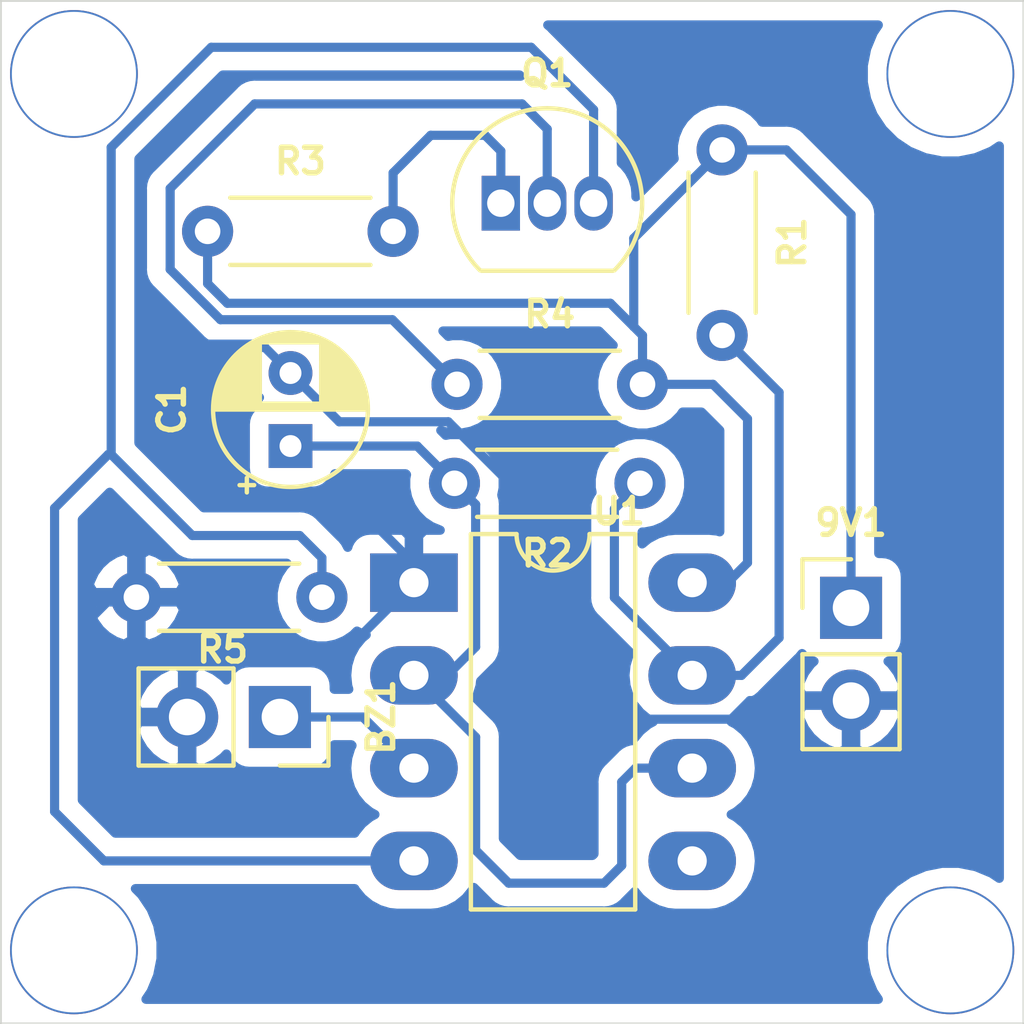
<source format=kicad_pcb>
(kicad_pcb (version 20171130) (host pcbnew "(5.1.12)-1")

  (general
    (thickness 1.6)
    (drawings 4)
    (tracks 97)
    (zones 0)
    (modules 10)
    (nets 10)
  )

  (page A4)
  (layers
    (0 F.Cu signal)
    (31 B.Cu signal)
    (32 B.Adhes user hide)
    (33 F.Adhes user hide)
    (34 B.Paste user hide)
    (35 F.Paste user hide)
    (36 B.SilkS user hide)
    (37 F.SilkS user)
    (38 B.Mask user)
    (39 F.Mask user hide)
    (40 Dwgs.User user hide)
    (41 Cmts.User user)
    (42 Eco1.User user hide)
    (43 Eco2.User user hide)
    (44 Edge.Cuts user)
    (45 Margin user hide)
    (46 B.CrtYd user)
    (47 F.CrtYd user hide)
    (48 B.Fab user hide)
    (49 F.Fab user)
  )

  (setup
    (last_trace_width 0.25)
    (trace_clearance 0.2)
    (zone_clearance 0.508)
    (zone_45_only no)
    (trace_min 0.2)
    (via_size 0.8)
    (via_drill 0.4)
    (via_min_size 0.4)
    (via_min_drill 0.3)
    (uvia_size 0.3)
    (uvia_drill 0.1)
    (uvias_allowed no)
    (uvia_min_size 0.2)
    (uvia_min_drill 0.1)
    (edge_width 0.05)
    (segment_width 0.2)
    (pcb_text_width 0.3)
    (pcb_text_size 1.5 1.5)
    (mod_edge_width 0.12)
    (mod_text_size 1 1)
    (mod_text_width 0.15)
    (pad_size 1.524 1.524)
    (pad_drill 0.762)
    (pad_to_mask_clearance 0)
    (aux_axis_origin 0 0)
    (visible_elements 7FFFFFFF)
    (pcbplotparams
      (layerselection 0x010fc_ffffffff)
      (usegerberextensions false)
      (usegerberattributes true)
      (usegerberadvancedattributes true)
      (creategerberjobfile true)
      (excludeedgelayer true)
      (linewidth 0.100000)
      (plotframeref false)
      (viasonmask false)
      (mode 1)
      (useauxorigin false)
      (hpglpennumber 1)
      (hpglpenspeed 20)
      (hpglpendiameter 15.000000)
      (psnegative false)
      (psa4output false)
      (plotreference true)
      (plotvalue true)
      (plotinvisibletext false)
      (padsonsilk false)
      (subtractmaskfromsilk false)
      (outputformat 1)
      (mirror false)
      (drillshape 0)
      (scaleselection 1)
      (outputdirectory "Gerber/"))
  )

  (net 0 "")
  (net 1 Earth)
  (net 2 "Net-(9V1-Pad1)")
  (net 3 "Net-(BZ1-Pad1)")
  (net 4 "Net-(C1-Pad1)")
  (net 5 "Net-(Q1-Pad1)")
  (net 6 "Net-(Q1-Pad3)")
  (net 7 "Net-(Q1-Pad2)")
  (net 8 "Net-(R1-Pad2)")
  (net 9 "Net-(U1-Pad5)")

  (net_class Default "This is the default net class."
    (clearance 0.2)
    (trace_width 0.25)
    (via_dia 0.8)
    (via_drill 0.4)
    (uvia_dia 0.3)
    (uvia_drill 0.1)
    (add_net Earth)
    (add_net "Net-(9V1-Pad1)")
    (add_net "Net-(BZ1-Pad1)")
    (add_net "Net-(C1-Pad1)")
    (add_net "Net-(Q1-Pad1)")
    (add_net "Net-(Q1-Pad2)")
    (add_net "Net-(Q1-Pad3)")
    (add_net "Net-(R1-Pad2)")
    (add_net "Net-(U1-Pad5)")
  )

  (module Resistor_THT:R_Axial_DIN0204_L3.6mm_D1.6mm_P5.08mm_Horizontal (layer F.Cu) (tedit 5AE5139B) (tstamp 64DDF7A6)
    (at 136.75 73.08 270)
    (descr "Resistor, Axial_DIN0204 series, Axial, Horizontal, pin pitch=5.08mm, 0.167W, length*diameter=3.6*1.6mm^2, http://cdn-reichelt.de/documents/datenblatt/B400/1_4W%23YAG.pdf")
    (tags "Resistor Axial_DIN0204 series Axial Horizontal pin pitch 5.08mm 0.167W length 3.6mm diameter 1.6mm")
    (path /64E00596)
    (fp_text reference R1 (at 2.54 -1.92 90) (layer F.SilkS)
      (effects (font (size 0.7 0.7) (thickness 0.15)))
    )
    (fp_text value 1K (at 2.54 1.92 90) (layer F.Fab)
      (effects (font (size 0.7 0.7) (thickness 0.15)))
    )
    (fp_line (start 0.74 -0.8) (end 0.74 0.8) (layer F.Fab) (width 0.1))
    (fp_line (start 0.74 0.8) (end 4.34 0.8) (layer F.Fab) (width 0.1))
    (fp_line (start 4.34 0.8) (end 4.34 -0.8) (layer F.Fab) (width 0.1))
    (fp_line (start 4.34 -0.8) (end 0.74 -0.8) (layer F.Fab) (width 0.1))
    (fp_line (start 0 0) (end 0.74 0) (layer F.Fab) (width 0.1))
    (fp_line (start 5.08 0) (end 4.34 0) (layer F.Fab) (width 0.1))
    (fp_line (start 0.62 -0.92) (end 4.46 -0.92) (layer F.SilkS) (width 0.12))
    (fp_line (start 0.62 0.92) (end 4.46 0.92) (layer F.SilkS) (width 0.12))
    (fp_line (start -0.95 -1.05) (end -0.95 1.05) (layer F.CrtYd) (width 0.05))
    (fp_line (start -0.95 1.05) (end 6.03 1.05) (layer F.CrtYd) (width 0.05))
    (fp_line (start 6.03 1.05) (end 6.03 -1.05) (layer F.CrtYd) (width 0.05))
    (fp_line (start 6.03 -1.05) (end -0.95 -1.05) (layer F.CrtYd) (width 0.05))
    (fp_text user %R (at 2.54 0 180) (layer F.Fab)
      (effects (font (size 0.72 0.72) (thickness 0.108)))
    )
    (pad 1 thru_hole circle (at 0 0 270) (size 1.4 1.4) (drill 0.7) (layers *.Cu *.Mask)
      (net 2 "Net-(9V1-Pad1)"))
    (pad 2 thru_hole oval (at 5.08 0 270) (size 1.4 1.4) (drill 0.7) (layers *.Cu *.Mask)
      (net 8 "Net-(R1-Pad2)"))
    (model ${KISYS3DMOD}/Resistor_THT.3dshapes/R_Axial_DIN0204_L3.6mm_D1.6mm_P5.08mm_Horizontal.wrl
      (at (xyz 0 0 0))
      (scale (xyz 1 1 1))
      (rotate (xyz 0 0 0))
    )
  )

  (module Resistor_THT:R_Axial_DIN0204_L3.6mm_D1.6mm_P5.08mm_Horizontal (layer F.Cu) (tedit 5AE5139B) (tstamp 64DDF7F2)
    (at 125.79 85.33 180)
    (descr "Resistor, Axial_DIN0204 series, Axial, Horizontal, pin pitch=5.08mm, 0.167W, length*diameter=3.6*1.6mm^2, http://cdn-reichelt.de/documents/datenblatt/B400/1_4W%23YAG.pdf")
    (tags "Resistor Axial_DIN0204 series Axial Horizontal pin pitch 5.08mm 0.167W length 3.6mm diameter 1.6mm")
    (path /64DFE265)
    (fp_text reference R5 (at 2.72 -1.43) (layer F.SilkS)
      (effects (font (size 0.7 0.7) (thickness 0.15)))
    )
    (fp_text value 4.7K (at 2.54 1.92) (layer F.Fab)
      (effects (font (size 0.7 0.7) (thickness 0.15)))
    )
    (fp_line (start 0.74 -0.8) (end 0.74 0.8) (layer F.Fab) (width 0.1))
    (fp_line (start 0.74 0.8) (end 4.34 0.8) (layer F.Fab) (width 0.1))
    (fp_line (start 4.34 0.8) (end 4.34 -0.8) (layer F.Fab) (width 0.1))
    (fp_line (start 4.34 -0.8) (end 0.74 -0.8) (layer F.Fab) (width 0.1))
    (fp_line (start 0 0) (end 0.74 0) (layer F.Fab) (width 0.1))
    (fp_line (start 5.08 0) (end 4.34 0) (layer F.Fab) (width 0.1))
    (fp_line (start 0.62 -0.92) (end 4.46 -0.92) (layer F.SilkS) (width 0.12))
    (fp_line (start 0.62 0.92) (end 4.46 0.92) (layer F.SilkS) (width 0.12))
    (fp_line (start -0.95 -1.05) (end -0.95 1.05) (layer F.CrtYd) (width 0.05))
    (fp_line (start -0.95 1.05) (end 6.03 1.05) (layer F.CrtYd) (width 0.05))
    (fp_line (start 6.03 1.05) (end 6.03 -1.05) (layer F.CrtYd) (width 0.05))
    (fp_line (start 6.03 -1.05) (end -0.95 -1.05) (layer F.CrtYd) (width 0.05))
    (fp_text user %R (at 2.72 0.06) (layer F.Fab)
      (effects (font (size 0.72 0.72) (thickness 0.108)))
    )
    (pad 1 thru_hole circle (at 0 0 180) (size 1.4 1.4) (drill 0.7) (layers *.Cu *.Mask)
      (net 6 "Net-(Q1-Pad3)"))
    (pad 2 thru_hole oval (at 5.08 0 180) (size 1.4 1.4) (drill 0.7) (layers *.Cu *.Mask)
      (net 1 Earth))
    (model ${KISYS3DMOD}/Resistor_THT.3dshapes/R_Axial_DIN0204_L3.6mm_D1.6mm_P5.08mm_Horizontal.wrl
      (at (xyz 0 0 0))
      (scale (xyz 1 1 1))
      (rotate (xyz 0 0 0))
    )
  )

  (module Package_DIP:DIP-8_W7.62mm_LongPads (layer F.Cu) (tedit 5A02E8C5) (tstamp 64DDF80E)
    (at 128.31 84.93)
    (descr "8-lead though-hole mounted DIP package, row spacing 7.62 mm (300 mils), LongPads")
    (tags "THT DIP DIL PDIP 2.54mm 7.62mm 300mil LongPads")
    (path /64E0342E)
    (fp_text reference U1 (at 5.61 -1.95) (layer F.SilkS)
      (effects (font (size 0.7 0.7) (thickness 0.15)))
    )
    (fp_text value ICM7555xB (at 3.81 9.95) (layer F.Fab)
      (effects (font (size 0.7 0.7) (thickness 0.15)))
    )
    (fp_line (start 1.635 -1.27) (end 6.985 -1.27) (layer F.Fab) (width 0.1))
    (fp_line (start 6.985 -1.27) (end 6.985 8.89) (layer F.Fab) (width 0.1))
    (fp_line (start 6.985 8.89) (end 0.635 8.89) (layer F.Fab) (width 0.1))
    (fp_line (start 0.635 8.89) (end 0.635 -0.27) (layer F.Fab) (width 0.1))
    (fp_line (start 0.635 -0.27) (end 1.635 -1.27) (layer F.Fab) (width 0.1))
    (fp_line (start 2.81 -1.33) (end 1.56 -1.33) (layer F.SilkS) (width 0.12))
    (fp_line (start 1.56 -1.33) (end 1.56 8.95) (layer F.SilkS) (width 0.12))
    (fp_line (start 1.56 8.95) (end 6.06 8.95) (layer F.SilkS) (width 0.12))
    (fp_line (start 6.06 8.95) (end 6.06 -1.33) (layer F.SilkS) (width 0.12))
    (fp_line (start 6.06 -1.33) (end 4.81 -1.33) (layer F.SilkS) (width 0.12))
    (fp_line (start -1.45 -1.55) (end -1.45 9.15) (layer F.CrtYd) (width 0.05))
    (fp_line (start -1.45 9.15) (end 9.1 9.15) (layer F.CrtYd) (width 0.05))
    (fp_line (start 9.1 9.15) (end 9.1 -1.55) (layer F.CrtYd) (width 0.05))
    (fp_line (start 9.1 -1.55) (end -1.45 -1.55) (layer F.CrtYd) (width 0.05))
    (fp_arc (start 3.81 -1.33) (end 2.81 -1.33) (angle -180) (layer F.SilkS) (width 0.12))
    (fp_text user %R (at 3.81 3.81) (layer F.Fab)
      (effects (font (size 1 1) (thickness 0.15)))
    )
    (pad 1 thru_hole rect (at 0 0) (size 2.4 1.6) (drill 0.8) (layers *.Cu *.Mask)
      (net 1 Earth))
    (pad 5 thru_hole oval (at 7.62 7.62) (size 2.4 1.6) (drill 0.8) (layers *.Cu *.Mask)
      (net 9 "Net-(U1-Pad5)"))
    (pad 2 thru_hole oval (at 0 2.54) (size 2.4 1.6) (drill 0.8) (layers *.Cu *.Mask)
      (net 4 "Net-(C1-Pad1)"))
    (pad 6 thru_hole oval (at 7.62 5.08) (size 2.4 1.6) (drill 0.8) (layers *.Cu *.Mask)
      (net 4 "Net-(C1-Pad1)"))
    (pad 3 thru_hole oval (at 0 5.08) (size 2.4 1.6) (drill 0.8) (layers *.Cu *.Mask)
      (net 3 "Net-(BZ1-Pad1)"))
    (pad 7 thru_hole oval (at 7.62 2.54) (size 2.4 1.6) (drill 0.8) (layers *.Cu *.Mask)
      (net 8 "Net-(R1-Pad2)"))
    (pad 4 thru_hole oval (at 0 7.62) (size 2.4 1.6) (drill 0.8) (layers *.Cu *.Mask)
      (net 6 "Net-(Q1-Pad3)"))
    (pad 8 thru_hole oval (at 7.62 0) (size 2.4 1.6) (drill 0.8) (layers *.Cu *.Mask)
      (net 2 "Net-(9V1-Pad1)"))
    (model ${KISYS3DMOD}/Package_DIP.3dshapes/DIP-8_W7.62mm.wrl
      (at (xyz 0 0 0))
      (scale (xyz 1 1 1))
      (rotate (xyz 0 0 0))
    )
  )

  (module Connector_PinSocket_2.54mm:PinSocket_1x02_P2.54mm_Vertical (layer F.Cu) (tedit 5A19A420) (tstamp 64DDF715)
    (at 124.64 88.61 270)
    (descr "Through hole straight socket strip, 1x02, 2.54mm pitch, single row (from Kicad 4.0.7), script generated")
    (tags "Through hole socket strip THT 1x02 2.54mm single row")
    (path /64E01A40)
    (fp_text reference BZ1 (at 0 -2.77 90) (layer F.SilkS)
      (effects (font (size 0.7 0.7) (thickness 0.15)))
    )
    (fp_text value Buzzer (at 0 5.31 90) (layer F.Fab)
      (effects (font (size 0.7 0.7) (thickness 0.15)))
    )
    (fp_line (start -1.27 -1.27) (end 0.635 -1.27) (layer F.Fab) (width 0.1))
    (fp_line (start 0.635 -1.27) (end 1.27 -0.635) (layer F.Fab) (width 0.1))
    (fp_line (start 1.27 -0.635) (end 1.27 3.81) (layer F.Fab) (width 0.1))
    (fp_line (start 1.27 3.81) (end -1.27 3.81) (layer F.Fab) (width 0.1))
    (fp_line (start -1.27 3.81) (end -1.27 -1.27) (layer F.Fab) (width 0.1))
    (fp_line (start -1.33 1.27) (end 1.33 1.27) (layer F.SilkS) (width 0.12))
    (fp_line (start -1.33 1.27) (end -1.33 3.87) (layer F.SilkS) (width 0.12))
    (fp_line (start -1.33 3.87) (end 1.33 3.87) (layer F.SilkS) (width 0.12))
    (fp_line (start 1.33 1.27) (end 1.33 3.87) (layer F.SilkS) (width 0.12))
    (fp_line (start 1.33 -1.33) (end 1.33 0) (layer F.SilkS) (width 0.12))
    (fp_line (start 0 -1.33) (end 1.33 -1.33) (layer F.SilkS) (width 0.12))
    (fp_line (start -1.8 -1.8) (end 1.75 -1.8) (layer F.CrtYd) (width 0.05))
    (fp_line (start 1.75 -1.8) (end 1.75 4.3) (layer F.CrtYd) (width 0.05))
    (fp_line (start 1.75 4.3) (end -1.8 4.3) (layer F.CrtYd) (width 0.05))
    (fp_line (start -1.8 4.3) (end -1.8 -1.8) (layer F.CrtYd) (width 0.05))
    (fp_text user %R (at 0 1.27) (layer F.Fab)
      (effects (font (size 1 1) (thickness 0.15)))
    )
    (pad 1 thru_hole rect (at 0 0 270) (size 1.7 1.7) (drill 1) (layers *.Cu *.Mask)
      (net 3 "Net-(BZ1-Pad1)"))
    (pad 2 thru_hole oval (at 0 2.54 270) (size 1.7 1.7) (drill 1) (layers *.Cu *.Mask)
      (net 1 Earth))
    (model ${KISYS3DMOD}/Connector_PinSocket_2.54mm.3dshapes/PinSocket_1x02_P2.54mm_Vertical.wrl
      (at (xyz 0 0 0))
      (scale (xyz 1 1 1))
      (rotate (xyz 0 0 0))
    )
  )

  (module Package_TO_SOT_THT:TO-92_Inline (layer F.Cu) (tedit 5A1DD157) (tstamp 64DDF793)
    (at 130.69 74.54)
    (descr "TO-92 leads in-line, narrow, oval pads, drill 0.75mm (see NXP sot054_po.pdf)")
    (tags "to-92 sc-43 sc-43a sot54 PA33 transistor")
    (path /64DFE66F)
    (fp_text reference Q1 (at 1.27 -3.56) (layer F.SilkS)
      (effects (font (size 0.7 0.7) (thickness 0.15)))
    )
    (fp_text value BC547 (at 1.27 2.79) (layer F.Fab)
      (effects (font (size 0.7 0.7) (thickness 0.15)))
    )
    (fp_line (start 4 2.01) (end -1.46 2.01) (layer F.CrtYd) (width 0.05))
    (fp_line (start 4 2.01) (end 4 -2.73) (layer F.CrtYd) (width 0.05))
    (fp_line (start -1.46 -2.73) (end -1.46 2.01) (layer F.CrtYd) (width 0.05))
    (fp_line (start -1.46 -2.73) (end 4 -2.73) (layer F.CrtYd) (width 0.05))
    (fp_line (start -0.5 1.75) (end 3 1.75) (layer F.Fab) (width 0.1))
    (fp_line (start -0.53 1.85) (end 3.07 1.85) (layer F.SilkS) (width 0.12))
    (fp_arc (start 1.27 0) (end 1.27 -2.6) (angle 135) (layer F.SilkS) (width 0.12))
    (fp_arc (start 1.27 0) (end 1.27 -2.48) (angle -135) (layer F.Fab) (width 0.1))
    (fp_arc (start 1.27 0) (end 1.27 -2.6) (angle -135) (layer F.SilkS) (width 0.12))
    (fp_arc (start 1.27 0) (end 1.27 -2.48) (angle 135) (layer F.Fab) (width 0.1))
    (fp_text user %R (at 1.27 0) (layer F.Fab)
      (effects (font (size 1 1) (thickness 0.15)))
    )
    (pad 1 thru_hole rect (at 0 0) (size 1.05 1.5) (drill 0.75) (layers *.Cu *.Mask)
      (net 5 "Net-(Q1-Pad1)"))
    (pad 3 thru_hole oval (at 2.54 0) (size 1.05 1.5) (drill 0.75) (layers *.Cu *.Mask)
      (net 6 "Net-(Q1-Pad3)"))
    (pad 2 thru_hole oval (at 1.27 0) (size 1.05 1.5) (drill 0.75) (layers *.Cu *.Mask)
      (net 7 "Net-(Q1-Pad2)"))
    (model ${KISYS3DMOD}/Package_TO_SOT_THT.3dshapes/TO-92_Inline.wrl
      (at (xyz 0 0 0))
      (scale (xyz 1 1 1))
      (rotate (xyz 0 0 0))
    )
  )

  (module Connector_PinHeader_2.54mm:PinHeader_1x02_P2.54mm_Vertical (layer F.Cu) (tedit 59FED5CC) (tstamp 64DDF6FF)
    (at 140.28 85.62)
    (descr "Through hole straight pin header, 1x02, 2.54mm pitch, single row")
    (tags "Through hole pin header THT 1x02 2.54mm single row")
    (path /64DF3166)
    (fp_text reference 9V1 (at 0 -2.33) (layer F.SilkS)
      (effects (font (size 0.7 0.7) (thickness 0.15)))
    )
    (fp_text value B1 (at 0 4.87) (layer F.Fab)
      (effects (font (size 0.7 0.7) (thickness 0.15)))
    )
    (fp_line (start -0.635 -1.27) (end 1.27 -1.27) (layer F.Fab) (width 0.1))
    (fp_line (start 1.27 -1.27) (end 1.27 3.81) (layer F.Fab) (width 0.1))
    (fp_line (start 1.27 3.81) (end -1.27 3.81) (layer F.Fab) (width 0.1))
    (fp_line (start -1.27 3.81) (end -1.27 -0.635) (layer F.Fab) (width 0.1))
    (fp_line (start -1.27 -0.635) (end -0.635 -1.27) (layer F.Fab) (width 0.1))
    (fp_line (start -1.33 3.87) (end 1.33 3.87) (layer F.SilkS) (width 0.12))
    (fp_line (start -1.33 1.27) (end -1.33 3.87) (layer F.SilkS) (width 0.12))
    (fp_line (start 1.33 1.27) (end 1.33 3.87) (layer F.SilkS) (width 0.12))
    (fp_line (start -1.33 1.27) (end 1.33 1.27) (layer F.SilkS) (width 0.12))
    (fp_line (start -1.33 0) (end -1.33 -1.33) (layer F.SilkS) (width 0.12))
    (fp_line (start -1.33 -1.33) (end 0 -1.33) (layer F.SilkS) (width 0.12))
    (fp_line (start -1.8 -1.8) (end -1.8 4.35) (layer F.CrtYd) (width 0.05))
    (fp_line (start -1.8 4.35) (end 1.8 4.35) (layer F.CrtYd) (width 0.05))
    (fp_line (start 1.8 4.35) (end 1.8 -1.8) (layer F.CrtYd) (width 0.05))
    (fp_line (start 1.8 -1.8) (end -1.8 -1.8) (layer F.CrtYd) (width 0.05))
    (fp_text user %R (at 0 1.27 90) (layer F.Fab)
      (effects (font (size 1 1) (thickness 0.15)))
    )
    (pad 1 thru_hole rect (at 0 0) (size 1.7 1.7) (drill 1) (layers *.Cu *.Mask)
      (net 2 "Net-(9V1-Pad1)"))
    (pad 2 thru_hole oval (at 0 2.54) (size 1.7 1.7) (drill 1) (layers *.Cu *.Mask)
      (net 1 Earth))
    (model ${KISYS3DMOD}/Connector_PinHeader_2.54mm.3dshapes/PinHeader_1x02_P2.54mm_Vertical.wrl
      (at (xyz 0 0 0))
      (scale (xyz 1 1 1))
      (rotate (xyz 0 0 0))
    )
  )

  (module Resistor_THT:R_Axial_DIN0204_L3.6mm_D1.6mm_P5.08mm_Horizontal (layer F.Cu) (tedit 5AE5139B) (tstamp 64DDF7B9)
    (at 134.5 82.21 180)
    (descr "Resistor, Axial_DIN0204 series, Axial, Horizontal, pin pitch=5.08mm, 0.167W, length*diameter=3.6*1.6mm^2, http://cdn-reichelt.de/documents/datenblatt/B400/1_4W%23YAG.pdf")
    (tags "Resistor Axial_DIN0204 series Axial Horizontal pin pitch 5.08mm 0.167W length 3.6mm diameter 1.6mm")
    (path /64E00974)
    (fp_text reference R2 (at 2.54 -1.92) (layer F.SilkS)
      (effects (font (size 0.7 0.7) (thickness 0.15)))
    )
    (fp_text value 100K (at 2.54 1.92) (layer F.Fab)
      (effects (font (size 0.7 0.7) (thickness 0.15)))
    )
    (fp_line (start 6.03 -1.05) (end -0.95 -1.05) (layer F.CrtYd) (width 0.05))
    (fp_line (start 6.03 1.05) (end 6.03 -1.05) (layer F.CrtYd) (width 0.05))
    (fp_line (start -0.95 1.05) (end 6.03 1.05) (layer F.CrtYd) (width 0.05))
    (fp_line (start -0.95 -1.05) (end -0.95 1.05) (layer F.CrtYd) (width 0.05))
    (fp_line (start 0.62 0.92) (end 4.46 0.92) (layer F.SilkS) (width 0.12))
    (fp_line (start 0.62 -0.92) (end 4.46 -0.92) (layer F.SilkS) (width 0.12))
    (fp_line (start 5.08 0) (end 4.34 0) (layer F.Fab) (width 0.1))
    (fp_line (start 0 0) (end 0.74 0) (layer F.Fab) (width 0.1))
    (fp_line (start 4.34 -0.8) (end 0.74 -0.8) (layer F.Fab) (width 0.1))
    (fp_line (start 4.34 0.8) (end 4.34 -0.8) (layer F.Fab) (width 0.1))
    (fp_line (start 0.74 0.8) (end 4.34 0.8) (layer F.Fab) (width 0.1))
    (fp_line (start 0.74 -0.8) (end 0.74 0.8) (layer F.Fab) (width 0.1))
    (fp_text user %R (at 2.54 -0.02) (layer F.Fab)
      (effects (font (size 0.72 0.72) (thickness 0.108)))
    )
    (pad 2 thru_hole oval (at 5.08 0 180) (size 1.4 1.4) (drill 0.7) (layers *.Cu *.Mask)
      (net 4 "Net-(C1-Pad1)"))
    (pad 1 thru_hole circle (at 0 0 180) (size 1.4 1.4) (drill 0.7) (layers *.Cu *.Mask)
      (net 8 "Net-(R1-Pad2)"))
    (model ${KISYS3DMOD}/Resistor_THT.3dshapes/R_Axial_DIN0204_L3.6mm_D1.6mm_P5.08mm_Horizontal.wrl
      (at (xyz 0 0 0))
      (scale (xyz 1 1 1))
      (rotate (xyz 0 0 0))
    )
  )

  (module Resistor_THT:R_Axial_DIN0204_L3.6mm_D1.6mm_P5.08mm_Horizontal (layer F.Cu) (tedit 5AE5139B) (tstamp 64DDF7DF)
    (at 129.49 79.5)
    (descr "Resistor, Axial_DIN0204 series, Axial, Horizontal, pin pitch=5.08mm, 0.167W, length*diameter=3.6*1.6mm^2, http://cdn-reichelt.de/documents/datenblatt/B400/1_4W%23YAG.pdf")
    (tags "Resistor Axial_DIN0204 series Axial Horizontal pin pitch 5.08mm 0.167W length 3.6mm diameter 1.6mm")
    (path /64DFBBA2)
    (fp_text reference R4 (at 2.54 -1.92) (layer F.SilkS)
      (effects (font (size 0.7 0.7) (thickness 0.15)))
    )
    (fp_text value 100K (at 0.98 2.02) (layer F.Fab)
      (effects (font (size 0.7 0.7) (thickness 0.15)))
    )
    (fp_line (start 6.03 -1.05) (end -0.95 -1.05) (layer F.CrtYd) (width 0.05))
    (fp_line (start 6.03 1.05) (end 6.03 -1.05) (layer F.CrtYd) (width 0.05))
    (fp_line (start -0.95 1.05) (end 6.03 1.05) (layer F.CrtYd) (width 0.05))
    (fp_line (start -0.95 -1.05) (end -0.95 1.05) (layer F.CrtYd) (width 0.05))
    (fp_line (start 0.62 0.92) (end 4.46 0.92) (layer F.SilkS) (width 0.12))
    (fp_line (start 0.62 -0.92) (end 4.46 -0.92) (layer F.SilkS) (width 0.12))
    (fp_line (start 5.08 0) (end 4.34 0) (layer F.Fab) (width 0.1))
    (fp_line (start 0 0) (end 0.74 0) (layer F.Fab) (width 0.1))
    (fp_line (start 4.34 -0.8) (end 0.74 -0.8) (layer F.Fab) (width 0.1))
    (fp_line (start 4.34 0.8) (end 4.34 -0.8) (layer F.Fab) (width 0.1))
    (fp_line (start 0.74 0.8) (end 4.34 0.8) (layer F.Fab) (width 0.1))
    (fp_line (start 0.74 -0.8) (end 0.74 0.8) (layer F.Fab) (width 0.1))
    (fp_text user %R (at 2.54 0) (layer F.Fab)
      (effects (font (size 0.72 0.72) (thickness 0.108)))
    )
    (pad 2 thru_hole oval (at 5.08 0) (size 1.4 1.4) (drill 0.7) (layers *.Cu *.Mask)
      (net 2 "Net-(9V1-Pad1)"))
    (pad 1 thru_hole circle (at 0 0) (size 1.4 1.4) (drill 0.7) (layers *.Cu *.Mask)
      (net 7 "Net-(Q1-Pad2)"))
    (model ${KISYS3DMOD}/Resistor_THT.3dshapes/R_Axial_DIN0204_L3.6mm_D1.6mm_P5.08mm_Horizontal.wrl
      (at (xyz 0 0 0))
      (scale (xyz 1 1 1))
      (rotate (xyz 0 0 0))
    )
  )

  (module Resistor_THT:R_Axial_DIN0204_L3.6mm_D1.6mm_P5.08mm_Horizontal (layer F.Cu) (tedit 5AE5139B) (tstamp 64DDF7CC)
    (at 122.66 75.31)
    (descr "Resistor, Axial_DIN0204 series, Axial, Horizontal, pin pitch=5.08mm, 0.167W, length*diameter=3.6*1.6mm^2, http://cdn-reichelt.de/documents/datenblatt/B400/1_4W%23YAG.pdf")
    (tags "Resistor Axial_DIN0204 series Axial Horizontal pin pitch 5.08mm 0.167W length 3.6mm diameter 1.6mm")
    (path /64DFD52C)
    (fp_text reference R3 (at 2.54 -1.92) (layer F.SilkS)
      (effects (font (size 0.7 0.7) (thickness 0.15)))
    )
    (fp_text value 470 (at 1.8 2.03) (layer F.Fab)
      (effects (font (size 0.7 0.7) (thickness 0.15)))
    )
    (fp_line (start 6.03 -1.05) (end -0.95 -1.05) (layer F.CrtYd) (width 0.05))
    (fp_line (start 6.03 1.05) (end 6.03 -1.05) (layer F.CrtYd) (width 0.05))
    (fp_line (start -0.95 1.05) (end 6.03 1.05) (layer F.CrtYd) (width 0.05))
    (fp_line (start -0.95 -1.05) (end -0.95 1.05) (layer F.CrtYd) (width 0.05))
    (fp_line (start 0.62 0.92) (end 4.46 0.92) (layer F.SilkS) (width 0.12))
    (fp_line (start 0.62 -0.92) (end 4.46 -0.92) (layer F.SilkS) (width 0.12))
    (fp_line (start 5.08 0) (end 4.34 0) (layer F.Fab) (width 0.1))
    (fp_line (start 0 0) (end 0.74 0) (layer F.Fab) (width 0.1))
    (fp_line (start 4.34 -0.8) (end 0.74 -0.8) (layer F.Fab) (width 0.1))
    (fp_line (start 4.34 0.8) (end 4.34 -0.8) (layer F.Fab) (width 0.1))
    (fp_line (start 0.74 0.8) (end 4.34 0.8) (layer F.Fab) (width 0.1))
    (fp_line (start 0.74 -0.8) (end 0.74 0.8) (layer F.Fab) (width 0.1))
    (fp_text user %R (at 2.54 0) (layer F.Fab)
      (effects (font (size 0.72 0.72) (thickness 0.108)))
    )
    (pad 2 thru_hole oval (at 5.08 0) (size 1.4 1.4) (drill 0.7) (layers *.Cu *.Mask)
      (net 5 "Net-(Q1-Pad1)"))
    (pad 1 thru_hole circle (at 0 0) (size 1.4 1.4) (drill 0.7) (layers *.Cu *.Mask)
      (net 2 "Net-(9V1-Pad1)"))
    (model ${KISYS3DMOD}/Resistor_THT.3dshapes/R_Axial_DIN0204_L3.6mm_D1.6mm_P5.08mm_Horizontal.wrl
      (at (xyz 0 0 0))
      (scale (xyz 1 1 1))
      (rotate (xyz 0 0 0))
    )
  )

  (module Capacitor_THT:CP_Radial_D4.0mm_P2.00mm (layer F.Cu) (tedit 5AE50EF0) (tstamp 64DDF781)
    (at 124.93 81.19 90)
    (descr "CP, Radial series, Radial, pin pitch=2.00mm, , diameter=4mm, Electrolytic Capacitor")
    (tags "CP Radial series Radial pin pitch 2.00mm  diameter 4mm Electrolytic Capacitor")
    (path /64E00E5A)
    (fp_text reference C1 (at 1 -3.25 90) (layer F.SilkS)
      (effects (font (size 0.7 0.7) (thickness 0.15)))
    )
    (fp_text value 10uf (at 1 3.25 90) (layer F.Fab)
      (effects (font (size 0.7 0.7) (thickness 0.15)))
    )
    (fp_line (start -1.069801 -1.395) (end -1.069801 -0.995) (layer F.SilkS) (width 0.12))
    (fp_line (start -1.269801 -1.195) (end -0.869801 -1.195) (layer F.SilkS) (width 0.12))
    (fp_line (start 3.081 -0.37) (end 3.081 0.37) (layer F.SilkS) (width 0.12))
    (fp_line (start 3.041 -0.537) (end 3.041 0.537) (layer F.SilkS) (width 0.12))
    (fp_line (start 3.001 -0.664) (end 3.001 0.664) (layer F.SilkS) (width 0.12))
    (fp_line (start 2.961 -0.768) (end 2.961 0.768) (layer F.SilkS) (width 0.12))
    (fp_line (start 2.921 -0.859) (end 2.921 0.859) (layer F.SilkS) (width 0.12))
    (fp_line (start 2.881 -0.94) (end 2.881 0.94) (layer F.SilkS) (width 0.12))
    (fp_line (start 2.841 -1.013) (end 2.841 1.013) (layer F.SilkS) (width 0.12))
    (fp_line (start 2.801 0.84) (end 2.801 1.08) (layer F.SilkS) (width 0.12))
    (fp_line (start 2.801 -1.08) (end 2.801 -0.84) (layer F.SilkS) (width 0.12))
    (fp_line (start 2.761 0.84) (end 2.761 1.142) (layer F.SilkS) (width 0.12))
    (fp_line (start 2.761 -1.142) (end 2.761 -0.84) (layer F.SilkS) (width 0.12))
    (fp_line (start 2.721 0.84) (end 2.721 1.2) (layer F.SilkS) (width 0.12))
    (fp_line (start 2.721 -1.2) (end 2.721 -0.84) (layer F.SilkS) (width 0.12))
    (fp_line (start 2.681 0.84) (end 2.681 1.254) (layer F.SilkS) (width 0.12))
    (fp_line (start 2.681 -1.254) (end 2.681 -0.84) (layer F.SilkS) (width 0.12))
    (fp_line (start 2.641 0.84) (end 2.641 1.304) (layer F.SilkS) (width 0.12))
    (fp_line (start 2.641 -1.304) (end 2.641 -0.84) (layer F.SilkS) (width 0.12))
    (fp_line (start 2.601 0.84) (end 2.601 1.351) (layer F.SilkS) (width 0.12))
    (fp_line (start 2.601 -1.351) (end 2.601 -0.84) (layer F.SilkS) (width 0.12))
    (fp_line (start 2.561 0.84) (end 2.561 1.396) (layer F.SilkS) (width 0.12))
    (fp_line (start 2.561 -1.396) (end 2.561 -0.84) (layer F.SilkS) (width 0.12))
    (fp_line (start 2.521 0.84) (end 2.521 1.438) (layer F.SilkS) (width 0.12))
    (fp_line (start 2.521 -1.438) (end 2.521 -0.84) (layer F.SilkS) (width 0.12))
    (fp_line (start 2.481 0.84) (end 2.481 1.478) (layer F.SilkS) (width 0.12))
    (fp_line (start 2.481 -1.478) (end 2.481 -0.84) (layer F.SilkS) (width 0.12))
    (fp_line (start 2.441 0.84) (end 2.441 1.516) (layer F.SilkS) (width 0.12))
    (fp_line (start 2.441 -1.516) (end 2.441 -0.84) (layer F.SilkS) (width 0.12))
    (fp_line (start 2.401 0.84) (end 2.401 1.552) (layer F.SilkS) (width 0.12))
    (fp_line (start 2.401 -1.552) (end 2.401 -0.84) (layer F.SilkS) (width 0.12))
    (fp_line (start 2.361 0.84) (end 2.361 1.587) (layer F.SilkS) (width 0.12))
    (fp_line (start 2.361 -1.587) (end 2.361 -0.84) (layer F.SilkS) (width 0.12))
    (fp_line (start 2.321 0.84) (end 2.321 1.619) (layer F.SilkS) (width 0.12))
    (fp_line (start 2.321 -1.619) (end 2.321 -0.84) (layer F.SilkS) (width 0.12))
    (fp_line (start 2.281 0.84) (end 2.281 1.65) (layer F.SilkS) (width 0.12))
    (fp_line (start 2.281 -1.65) (end 2.281 -0.84) (layer F.SilkS) (width 0.12))
    (fp_line (start 2.241 0.84) (end 2.241 1.68) (layer F.SilkS) (width 0.12))
    (fp_line (start 2.241 -1.68) (end 2.241 -0.84) (layer F.SilkS) (width 0.12))
    (fp_line (start 2.201 0.84) (end 2.201 1.708) (layer F.SilkS) (width 0.12))
    (fp_line (start 2.201 -1.708) (end 2.201 -0.84) (layer F.SilkS) (width 0.12))
    (fp_line (start 2.161 0.84) (end 2.161 1.735) (layer F.SilkS) (width 0.12))
    (fp_line (start 2.161 -1.735) (end 2.161 -0.84) (layer F.SilkS) (width 0.12))
    (fp_line (start 2.121 0.84) (end 2.121 1.76) (layer F.SilkS) (width 0.12))
    (fp_line (start 2.121 -1.76) (end 2.121 -0.84) (layer F.SilkS) (width 0.12))
    (fp_line (start 2.081 0.84) (end 2.081 1.785) (layer F.SilkS) (width 0.12))
    (fp_line (start 2.081 -1.785) (end 2.081 -0.84) (layer F.SilkS) (width 0.12))
    (fp_line (start 2.041 0.84) (end 2.041 1.808) (layer F.SilkS) (width 0.12))
    (fp_line (start 2.041 -1.808) (end 2.041 -0.84) (layer F.SilkS) (width 0.12))
    (fp_line (start 2.001 0.84) (end 2.001 1.83) (layer F.SilkS) (width 0.12))
    (fp_line (start 2.001 -1.83) (end 2.001 -0.84) (layer F.SilkS) (width 0.12))
    (fp_line (start 1.961 0.84) (end 1.961 1.851) (layer F.SilkS) (width 0.12))
    (fp_line (start 1.961 -1.851) (end 1.961 -0.84) (layer F.SilkS) (width 0.12))
    (fp_line (start 1.921 0.84) (end 1.921 1.87) (layer F.SilkS) (width 0.12))
    (fp_line (start 1.921 -1.87) (end 1.921 -0.84) (layer F.SilkS) (width 0.12))
    (fp_line (start 1.881 0.84) (end 1.881 1.889) (layer F.SilkS) (width 0.12))
    (fp_line (start 1.881 -1.889) (end 1.881 -0.84) (layer F.SilkS) (width 0.12))
    (fp_line (start 1.841 0.84) (end 1.841 1.907) (layer F.SilkS) (width 0.12))
    (fp_line (start 1.841 -1.907) (end 1.841 -0.84) (layer F.SilkS) (width 0.12))
    (fp_line (start 1.801 0.84) (end 1.801 1.924) (layer F.SilkS) (width 0.12))
    (fp_line (start 1.801 -1.924) (end 1.801 -0.84) (layer F.SilkS) (width 0.12))
    (fp_line (start 1.761 0.84) (end 1.761 1.94) (layer F.SilkS) (width 0.12))
    (fp_line (start 1.761 -1.94) (end 1.761 -0.84) (layer F.SilkS) (width 0.12))
    (fp_line (start 1.721 0.84) (end 1.721 1.954) (layer F.SilkS) (width 0.12))
    (fp_line (start 1.721 -1.954) (end 1.721 -0.84) (layer F.SilkS) (width 0.12))
    (fp_line (start 1.68 0.84) (end 1.68 1.968) (layer F.SilkS) (width 0.12))
    (fp_line (start 1.68 -1.968) (end 1.68 -0.84) (layer F.SilkS) (width 0.12))
    (fp_line (start 1.64 0.84) (end 1.64 1.982) (layer F.SilkS) (width 0.12))
    (fp_line (start 1.64 -1.982) (end 1.64 -0.84) (layer F.SilkS) (width 0.12))
    (fp_line (start 1.6 0.84) (end 1.6 1.994) (layer F.SilkS) (width 0.12))
    (fp_line (start 1.6 -1.994) (end 1.6 -0.84) (layer F.SilkS) (width 0.12))
    (fp_line (start 1.56 0.84) (end 1.56 2.005) (layer F.SilkS) (width 0.12))
    (fp_line (start 1.56 -2.005) (end 1.56 -0.84) (layer F.SilkS) (width 0.12))
    (fp_line (start 1.52 0.84) (end 1.52 2.016) (layer F.SilkS) (width 0.12))
    (fp_line (start 1.52 -2.016) (end 1.52 -0.84) (layer F.SilkS) (width 0.12))
    (fp_line (start 1.48 0.84) (end 1.48 2.025) (layer F.SilkS) (width 0.12))
    (fp_line (start 1.48 -2.025) (end 1.48 -0.84) (layer F.SilkS) (width 0.12))
    (fp_line (start 1.44 0.84) (end 1.44 2.034) (layer F.SilkS) (width 0.12))
    (fp_line (start 1.44 -2.034) (end 1.44 -0.84) (layer F.SilkS) (width 0.12))
    (fp_line (start 1.4 0.84) (end 1.4 2.042) (layer F.SilkS) (width 0.12))
    (fp_line (start 1.4 -2.042) (end 1.4 -0.84) (layer F.SilkS) (width 0.12))
    (fp_line (start 1.36 0.84) (end 1.36 2.05) (layer F.SilkS) (width 0.12))
    (fp_line (start 1.36 -2.05) (end 1.36 -0.84) (layer F.SilkS) (width 0.12))
    (fp_line (start 1.32 0.84) (end 1.32 2.056) (layer F.SilkS) (width 0.12))
    (fp_line (start 1.32 -2.056) (end 1.32 -0.84) (layer F.SilkS) (width 0.12))
    (fp_line (start 1.28 0.84) (end 1.28 2.062) (layer F.SilkS) (width 0.12))
    (fp_line (start 1.28 -2.062) (end 1.28 -0.84) (layer F.SilkS) (width 0.12))
    (fp_line (start 1.24 0.84) (end 1.24 2.067) (layer F.SilkS) (width 0.12))
    (fp_line (start 1.24 -2.067) (end 1.24 -0.84) (layer F.SilkS) (width 0.12))
    (fp_line (start 1.2 0.84) (end 1.2 2.071) (layer F.SilkS) (width 0.12))
    (fp_line (start 1.2 -2.071) (end 1.2 -0.84) (layer F.SilkS) (width 0.12))
    (fp_line (start 1.16 -2.074) (end 1.16 2.074) (layer F.SilkS) (width 0.12))
    (fp_line (start 1.12 -2.077) (end 1.12 2.077) (layer F.SilkS) (width 0.12))
    (fp_line (start 1.08 -2.079) (end 1.08 2.079) (layer F.SilkS) (width 0.12))
    (fp_line (start 1.04 -2.08) (end 1.04 2.08) (layer F.SilkS) (width 0.12))
    (fp_line (start 1 -2.08) (end 1 2.08) (layer F.SilkS) (width 0.12))
    (fp_line (start -0.502554 -1.0675) (end -0.502554 -0.6675) (layer F.Fab) (width 0.1))
    (fp_line (start -0.702554 -0.8675) (end -0.302554 -0.8675) (layer F.Fab) (width 0.1))
    (fp_circle (center 1 0) (end 3.25 0) (layer F.CrtYd) (width 0.05))
    (fp_circle (center 1 0) (end 3.12 0) (layer F.SilkS) (width 0.12))
    (fp_circle (center 1 0) (end 3 0) (layer F.Fab) (width 0.1))
    (fp_text user %R (at 1 0 90) (layer F.Fab)
      (effects (font (size 0.8 0.8) (thickness 0.12)))
    )
    (pad 2 thru_hole circle (at 2 0 90) (size 1.2 1.2) (drill 0.6) (layers *.Cu *.Mask)
      (net 1 Earth))
    (pad 1 thru_hole rect (at 0 0 90) (size 1.2 1.2) (drill 0.6) (layers *.Cu *.Mask)
      (net 4 "Net-(C1-Pad1)"))
    (model ${KISYS3DMOD}/Capacitor_THT.3dshapes/CP_Radial_D4.0mm_P2.00mm.wrl
      (at (xyz 0 0 0))
      (scale (xyz 1 1 1))
      (rotate (xyz 0 0 0))
    )
  )

  (gr_line (start 117 97) (end 117 69) (layer Edge.Cuts) (width 0.05) (tstamp 64DE1464))
  (gr_line (start 145 97) (end 117 97) (layer Edge.Cuts) (width 0.05))
  (gr_line (start 145 69) (end 145 97) (layer Edge.Cuts) (width 0.05))
  (gr_line (start 117 69) (end 145 69) (layer Edge.Cuts) (width 0.05))

  (via (at 119 71) (size 3.5) (drill 3.4) (layers F.Cu B.Cu) (net 0))
  (via (at 143 71) (size 3.5) (drill 3.4) (layers F.Cu B.Cu) (net 0) (tstamp 64DE0A0D))
  (via (at 143 95) (size 3.5) (drill 3.4) (layers F.Cu B.Cu) (net 0) (tstamp 64DE0A0D))
  (via (at 119 95) (size 3.5) (drill 3.4) (layers F.Cu B.Cu) (net 0) (tstamp 64DE0A0D))
  (segment (start 120.71 85.33) (end 120.04 85.33) (width 0.25) (layer B.Cu) (net 1))
  (segment (start 120.04 85.33) (end 119.52 85.85) (width 0.25) (layer B.Cu) (net 1))
  (segment (start 119.52 85.85) (end 119.52 88.44) (width 0.25) (layer B.Cu) (net 1))
  (segment (start 119.69 88.61) (end 122.1 88.61) (width 0.25) (layer B.Cu) (net 1))
  (segment (start 119.52 88.44) (end 119.69 88.61) (width 0.25) (layer B.Cu) (net 1))
  (segment (start 122.1 88.61) (end 122.1 87.48) (width 0.25) (layer B.Cu) (net 1))
  (segment (start 122.1 87.48) (end 122.77 86.81) (width 0.25) (layer B.Cu) (net 1))
  (segment (start 126.43 86.81) (end 128.31 84.93) (width 0.25) (layer B.Cu) (net 1))
  (segment (start 122.77 86.81) (end 126.43 86.81) (width 0.25) (layer B.Cu) (net 1))
  (segment (start 128.31 84.93) (end 128.31 84.41) (width 0.25) (layer B.Cu) (net 1))
  (segment (start 128.31 84.41) (end 126.75 82.85) (width 0.25) (layer B.Cu) (net 1))
  (segment (start 126.75 82.85) (end 123.12 82.85) (width 0.25) (layer B.Cu) (net 1))
  (segment (start 123.12 82.85) (end 121.6 81.33) (width 0.25) (layer B.Cu) (net 1))
  (segment (start 121.6 81.33) (end 121.6 79.11) (width 0.25) (layer B.Cu) (net 1))
  (segment (start 121.6 79.11) (end 122.31 78.4) (width 0.25) (layer B.Cu) (net 1))
  (segment (start 124.14 78.4) (end 124.93 79.19) (width 0.25) (layer B.Cu) (net 1))
  (segment (start 122.31 78.4) (end 124.14 78.4) (width 0.25) (layer B.Cu) (net 1))
  (segment (start 126.265001 80.525001) (end 124.93 79.19) (width 0.25) (layer B.Cu) (net 1))
  (segment (start 131 82.272998) (end 129.252003 80.525001) (width 0.25) (layer B.Cu) (net 1))
  (segment (start 131.67 88.67) (end 131 88) (width 0.25) (layer B.Cu) (net 1))
  (segment (start 137 88.67) (end 131.67 88.67) (width 0.25) (layer B.Cu) (net 1))
  (segment (start 131 88) (end 131 82.272998) (width 0.25) (layer B.Cu) (net 1))
  (segment (start 137.51 88.16) (end 137 88.67) (width 0.25) (layer B.Cu) (net 1))
  (segment (start 129.252003 80.525001) (end 126.265001 80.525001) (width 0.25) (layer B.Cu) (net 1))
  (segment (start 140.28 88.16) (end 137.51 88.16) (width 0.25) (layer B.Cu) (net 1))
  (segment (start 122.66 75.31) (end 122.66 76.74) (width 0.25) (layer B.Cu) (net 2))
  (segment (start 122.66 76.74) (end 123.2 77.28) (width 0.25) (layer B.Cu) (net 2))
  (segment (start 123.2 77.28) (end 133.69 77.28) (width 0.25) (layer B.Cu) (net 2))
  (segment (start 134.57 78.16) (end 134.57 79.5) (width 0.25) (layer B.Cu) (net 2))
  (segment (start 134.33 75.5) (end 136.75 73.08) (width 0.25) (layer B.Cu) (net 2))
  (segment (start 134.33 77.92) (end 134.33 75.5) (width 0.25) (layer B.Cu) (net 2))
  (segment (start 133.69 77.28) (end 134.33 77.92) (width 0.25) (layer B.Cu) (net 2))
  (segment (start 134.33 77.92) (end 134.57 78.16) (width 0.25) (layer B.Cu) (net 2))
  (segment (start 138.51 73.08) (end 136.75 73.08) (width 0.25) (layer B.Cu) (net 2))
  (segment (start 140.28 74.85) (end 138.51 73.08) (width 0.25) (layer B.Cu) (net 2))
  (segment (start 140.28 85.62) (end 140.28 74.85) (width 0.25) (layer B.Cu) (net 2))
  (segment (start 137.445001 80.445001) (end 136.5 79.5) (width 0.25) (layer B.Cu) (net 2))
  (segment (start 137.445001 84.384999) (end 137.445001 80.445001) (width 0.25) (layer B.Cu) (net 2))
  (segment (start 136.5 79.5) (end 134.57 79.5) (width 0.25) (layer B.Cu) (net 2))
  (segment (start 136.9 84.93) (end 137.445001 84.384999) (width 0.25) (layer B.Cu) (net 2))
  (segment (start 135.93 84.93) (end 136.9 84.93) (width 0.25) (layer B.Cu) (net 2))
  (segment (start 127.9 90.42) (end 128.31 90.01) (width 0.25) (layer B.Cu) (net 3))
  (segment (start 126.91 88.61) (end 128.31 90.01) (width 0.25) (layer B.Cu) (net 3))
  (segment (start 124.64 88.61) (end 126.91 88.61) (width 0.25) (layer B.Cu) (net 3))
  (segment (start 128.4 81.19) (end 129.42 82.21) (width 0.25) (layer B.Cu) (net 4))
  (segment (start 124.93 81.19) (end 128.4 81.19) (width 0.25) (layer B.Cu) (net 4))
  (segment (start 130 82.79) (end 129.42 82.21) (width 0.25) (layer B.Cu) (net 4))
  (segment (start 130 86.69) (end 130 82.79) (width 0.25) (layer B.Cu) (net 4))
  (segment (start 129.22 87.47) (end 130 86.69) (width 0.25) (layer B.Cu) (net 4))
  (segment (start 128.31 87.47) (end 129.22 87.47) (width 0.25) (layer B.Cu) (net 4))
  (segment (start 130 89.16) (end 128.31 87.47) (width 0.25) (layer B.Cu) (net 4))
  (segment (start 130 92.255) (end 130 89.16) (width 0.25) (layer B.Cu) (net 4))
  (segment (start 130.905 93.16) (end 130 92.255) (width 0.25) (layer B.Cu) (net 4))
  (segment (start 133.515 93.16) (end 130.905 93.16) (width 0.25) (layer B.Cu) (net 4))
  (segment (start 134 92.675) (end 133.515 93.16) (width 0.25) (layer B.Cu) (net 4))
  (segment (start 134 90.39) (end 134 92.675) (width 0.25) (layer B.Cu) (net 4))
  (segment (start 134.38 90.01) (end 134 90.39) (width 0.25) (layer B.Cu) (net 4))
  (segment (start 135.93 90.01) (end 134.38 90.01) (width 0.25) (layer B.Cu) (net 4))
  (segment (start 127.74 75.31) (end 127.74 73.71) (width 0.25) (layer B.Cu) (net 5))
  (segment (start 127.74 73.71) (end 128.77 72.68) (width 0.25) (layer B.Cu) (net 5))
  (segment (start 128.77 72.68) (end 130.26 72.68) (width 0.25) (layer B.Cu) (net 5))
  (segment (start 130.69 73.11) (end 130.69 74.54) (width 0.25) (layer B.Cu) (net 5))
  (segment (start 130.26 72.68) (end 130.69 73.11) (width 0.25) (layer B.Cu) (net 5))
  (segment (start 128.31 92.55) (end 128.31 92.4) (width 0.25) (layer B.Cu) (net 6))
  (segment (start 125.79 85.33) (end 125.79 84.25) (width 0.25) (layer B.Cu) (net 6))
  (segment (start 125.79 84.25) (end 125.18 83.64) (width 0.25) (layer B.Cu) (net 6))
  (segment (start 125.18 83.64) (end 122.24 83.64) (width 0.25) (layer B.Cu) (net 6))
  (segment (start 122.24 83.64) (end 120.02 81.42) (width 0.25) (layer B.Cu) (net 6))
  (segment (start 120.02 81.42) (end 120.02 73.01) (width 0.25) (layer B.Cu) (net 6))
  (segment (start 120.02 73.01) (end 122.76 70.27) (width 0.25) (layer B.Cu) (net 6))
  (segment (start 122.76 70.27) (end 131.52 70.27) (width 0.25) (layer B.Cu) (net 6))
  (segment (start 133.23 71.98) (end 133.23 74.54) (width 0.25) (layer B.Cu) (net 6))
  (segment (start 131.52 70.27) (end 133.23 71.98) (width 0.25) (layer B.Cu) (net 6))
  (segment (start 119.94 81.42) (end 118.47 82.89) (width 0.25) (layer B.Cu) (net 6))
  (segment (start 120.02 81.42) (end 119.94 81.42) (width 0.25) (layer B.Cu) (net 6))
  (segment (start 118.47 82.89) (end 118.47 91.2) (width 0.25) (layer B.Cu) (net 6))
  (segment (start 119.82 92.55) (end 128.31 92.55) (width 0.25) (layer B.Cu) (net 6))
  (segment (start 118.47 91.2) (end 119.82 92.55) (width 0.25) (layer B.Cu) (net 6))
  (segment (start 121.634999 76.351409) (end 121.634999 74.135001) (width 0.25) (layer B.Cu) (net 7))
  (segment (start 123.013599 77.730009) (end 121.634999 76.351409) (width 0.25) (layer B.Cu) (net 7))
  (segment (start 127.72001 77.73001) (end 123.013599 77.730009) (width 0.25) (layer B.Cu) (net 7))
  (segment (start 129.49 79.5) (end 127.72001 77.73001) (width 0.25) (layer B.Cu) (net 7))
  (segment (start 121.634999 74.135001) (end 123.95 71.82) (width 0.25) (layer B.Cu) (net 7))
  (segment (start 123.95 71.82) (end 131.27 71.82) (width 0.25) (layer B.Cu) (net 7))
  (segment (start 131.96 72.51) (end 131.96 74.54) (width 0.25) (layer B.Cu) (net 7))
  (segment (start 131.27 71.82) (end 131.96 72.51) (width 0.25) (layer B.Cu) (net 7))
  (segment (start 133.800001 82.909999) (end 133.800001 85.340001) (width 0.25) (layer B.Cu) (net 8))
  (segment (start 133.800001 85.340001) (end 135.93 87.47) (width 0.25) (layer B.Cu) (net 8))
  (segment (start 134.5 82.21) (end 133.800001 82.909999) (width 0.25) (layer B.Cu) (net 8))
  (segment (start 137.28 87.47) (end 135.93 87.47) (width 0.25) (layer B.Cu) (net 8))
  (segment (start 138.31 86.44) (end 137.28 87.47) (width 0.25) (layer B.Cu) (net 8))
  (segment (start 138.31 79.72) (end 138.31 86.44) (width 0.25) (layer B.Cu) (net 8))
  (segment (start 136.75 78.16) (end 138.31 79.72) (width 0.25) (layer B.Cu) (net 8))

  (zone (net 1) (net_name Earth) (layer B.Cu) (tstamp 0) (hatch edge 0.508)
    (connect_pads (clearance 0.508))
    (min_thickness 0.254)
    (fill yes (arc_segments 32) (thermal_gap 0.508) (thermal_bridge_width 0.508))
    (polygon
      (pts
        (xy 145 97) (xy 117 97) (xy 117 69) (xy 145 69)
      )
    )
    (filled_polygon
      (pts
        (xy 140.88644 69.870279) (xy 140.706654 70.304321) (xy 140.615 70.765098) (xy 140.615 71.234902) (xy 140.706654 71.695679)
        (xy 140.88644 72.129721) (xy 141.14745 72.520349) (xy 141.479651 72.85255) (xy 141.870279 73.11356) (xy 142.304321 73.293346)
        (xy 142.765098 73.385) (xy 143.234902 73.385) (xy 143.695679 73.293346) (xy 144.129721 73.11356) (xy 144.34 72.973056)
        (xy 144.340001 93.026945) (xy 144.129721 92.88644) (xy 143.695679 92.706654) (xy 143.234902 92.615) (xy 142.765098 92.615)
        (xy 142.304321 92.706654) (xy 141.870279 92.88644) (xy 141.479651 93.14745) (xy 141.14745 93.479651) (xy 140.88644 93.870279)
        (xy 140.706654 94.304321) (xy 140.615 94.765098) (xy 140.615 95.234902) (xy 140.706654 95.695679) (xy 140.88644 96.129721)
        (xy 141.026944 96.34) (xy 120.973056 96.34) (xy 121.11356 96.129721) (xy 121.293346 95.695679) (xy 121.385 95.234902)
        (xy 121.385 94.765098) (xy 121.293346 94.304321) (xy 121.11356 93.870279) (xy 120.85255 93.479651) (xy 120.682899 93.31)
        (xy 126.689099 93.31) (xy 126.711068 93.351101) (xy 126.890392 93.569608) (xy 127.108899 93.748932) (xy 127.358192 93.882182)
        (xy 127.628691 93.964236) (xy 127.839508 93.985) (xy 128.780492 93.985) (xy 128.991309 93.964236) (xy 129.261808 93.882182)
        (xy 129.511101 93.748932) (xy 129.729608 93.569608) (xy 129.908932 93.351101) (xy 129.948073 93.277874) (xy 130.341201 93.671003)
        (xy 130.364999 93.700001) (xy 130.480724 93.794974) (xy 130.612753 93.865546) (xy 130.756014 93.909003) (xy 130.867667 93.92)
        (xy 130.867676 93.92) (xy 130.904999 93.923676) (xy 130.942322 93.92) (xy 133.477678 93.92) (xy 133.515 93.923676)
        (xy 133.552322 93.92) (xy 133.552333 93.92) (xy 133.663986 93.909003) (xy 133.807247 93.865546) (xy 133.939276 93.794974)
        (xy 134.055001 93.700001) (xy 134.078804 93.670997) (xy 134.361553 93.388248) (xy 134.510392 93.569608) (xy 134.728899 93.748932)
        (xy 134.978192 93.882182) (xy 135.248691 93.964236) (xy 135.459508 93.985) (xy 136.400492 93.985) (xy 136.611309 93.964236)
        (xy 136.881808 93.882182) (xy 137.131101 93.748932) (xy 137.349608 93.569608) (xy 137.528932 93.351101) (xy 137.662182 93.101808)
        (xy 137.744236 92.831309) (xy 137.771943 92.55) (xy 137.744236 92.268691) (xy 137.662182 91.998192) (xy 137.528932 91.748899)
        (xy 137.349608 91.530392) (xy 137.131101 91.351068) (xy 136.998142 91.28) (xy 137.131101 91.208932) (xy 137.349608 91.029608)
        (xy 137.528932 90.811101) (xy 137.662182 90.561808) (xy 137.744236 90.291309) (xy 137.771943 90.01) (xy 137.744236 89.728691)
        (xy 137.662182 89.458192) (xy 137.528932 89.208899) (xy 137.349608 88.990392) (xy 137.131101 88.811068) (xy 136.998142 88.74)
        (xy 137.131101 88.668932) (xy 137.316364 88.51689) (xy 138.838524 88.51689) (xy 138.883175 88.664099) (xy 139.008359 88.92692)
        (xy 139.182412 89.160269) (xy 139.398645 89.355178) (xy 139.648748 89.504157) (xy 139.923109 89.601481) (xy 140.153 89.480814)
        (xy 140.153 88.287) (xy 140.407 88.287) (xy 140.407 89.480814) (xy 140.636891 89.601481) (xy 140.911252 89.504157)
        (xy 141.161355 89.355178) (xy 141.377588 89.160269) (xy 141.551641 88.92692) (xy 141.676825 88.664099) (xy 141.721476 88.51689)
        (xy 141.600155 88.287) (xy 140.407 88.287) (xy 140.153 88.287) (xy 138.959845 88.287) (xy 138.838524 88.51689)
        (xy 137.316364 88.51689) (xy 137.349608 88.489608) (xy 137.528932 88.271101) (xy 137.583111 88.169739) (xy 137.704276 88.104974)
        (xy 137.820001 88.010001) (xy 137.843804 87.980998) (xy 138.821003 87.003799) (xy 138.850001 86.980001) (xy 138.89827 86.921185)
        (xy 138.938543 86.872113) (xy 138.978815 86.921185) (xy 139.075506 87.000537) (xy 139.18582 87.059502) (xy 139.266466 87.083966)
        (xy 139.182412 87.159731) (xy 139.008359 87.39308) (xy 138.883175 87.655901) (xy 138.838524 87.80311) (xy 138.959845 88.033)
        (xy 140.153 88.033) (xy 140.153 88.013) (xy 140.407 88.013) (xy 140.407 88.033) (xy 141.600155 88.033)
        (xy 141.721476 87.80311) (xy 141.676825 87.655901) (xy 141.551641 87.39308) (xy 141.377588 87.159731) (xy 141.293534 87.083966)
        (xy 141.37418 87.059502) (xy 141.484494 87.000537) (xy 141.581185 86.921185) (xy 141.660537 86.824494) (xy 141.719502 86.71418)
        (xy 141.755812 86.594482) (xy 141.768072 86.47) (xy 141.768072 84.77) (xy 141.755812 84.645518) (xy 141.719502 84.52582)
        (xy 141.660537 84.415506) (xy 141.581185 84.318815) (xy 141.484494 84.239463) (xy 141.37418 84.180498) (xy 141.254482 84.144188)
        (xy 141.13 84.131928) (xy 141.04 84.131928) (xy 141.04 74.887322) (xy 141.043676 74.849999) (xy 141.04 74.812677)
        (xy 141.04 74.812667) (xy 141.029003 74.701014) (xy 140.985546 74.557753) (xy 140.979436 74.546323) (xy 140.914974 74.425723)
        (xy 140.843799 74.338997) (xy 140.820001 74.309999) (xy 140.791003 74.286201) (xy 139.073804 72.569003) (xy 139.050001 72.539999)
        (xy 138.934276 72.445026) (xy 138.802247 72.374454) (xy 138.658986 72.330997) (xy 138.547333 72.32) (xy 138.547322 72.32)
        (xy 138.51 72.316324) (xy 138.472678 72.32) (xy 137.847775 72.32) (xy 137.786962 72.228987) (xy 137.601013 72.043038)
        (xy 137.382359 71.896939) (xy 137.139405 71.796304) (xy 136.881486 71.745) (xy 136.618514 71.745) (xy 136.360595 71.796304)
        (xy 136.117641 71.896939) (xy 135.898987 72.043038) (xy 135.713038 72.228987) (xy 135.566939 72.447641) (xy 135.466304 72.690595)
        (xy 135.415 72.948514) (xy 135.415 73.211486) (xy 135.436355 73.318843) (xy 134.39 74.365199) (xy 134.39 74.258021)
        (xy 134.373215 74.0876) (xy 134.306885 73.86894) (xy 134.199171 73.667421) (xy 134.054212 73.490788) (xy 133.99 73.438091)
        (xy 133.99 72.017322) (xy 133.993676 71.979999) (xy 133.99 71.942676) (xy 133.99 71.942667) (xy 133.979003 71.831014)
        (xy 133.935546 71.687753) (xy 133.864974 71.555724) (xy 133.770001 71.439999) (xy 133.741004 71.416202) (xy 132.083804 69.759003)
        (xy 132.060001 69.729999) (xy 131.974707 69.66) (xy 141.026944 69.66)
      )
    )
    (filled_polygon
      (pts
        (xy 133.7662 78.431002) (xy 133.76646 78.431318) (xy 133.718987 78.463038) (xy 133.533038 78.648987) (xy 133.386939 78.867641)
        (xy 133.286304 79.110595) (xy 133.235 79.368514) (xy 133.235 79.631486) (xy 133.286304 79.889405) (xy 133.386939 80.132359)
        (xy 133.533038 80.351013) (xy 133.718987 80.536962) (xy 133.937641 80.683061) (xy 134.180595 80.783696) (xy 134.438514 80.835)
        (xy 134.701486 80.835) (xy 134.959405 80.783696) (xy 135.202359 80.683061) (xy 135.421013 80.536962) (xy 135.606962 80.351013)
        (xy 135.667775 80.26) (xy 136.185199 80.26) (xy 136.685002 80.759804) (xy 136.685001 83.538118) (xy 136.611309 83.515764)
        (xy 136.400492 83.495) (xy 135.459508 83.495) (xy 135.248691 83.515764) (xy 134.978192 83.597818) (xy 134.728899 83.731068)
        (xy 134.560001 83.869679) (xy 134.560001 83.545) (xy 134.631486 83.545) (xy 134.889405 83.493696) (xy 135.132359 83.393061)
        (xy 135.351013 83.246962) (xy 135.536962 83.061013) (xy 135.683061 82.842359) (xy 135.783696 82.599405) (xy 135.835 82.341486)
        (xy 135.835 82.078514) (xy 135.783696 81.820595) (xy 135.683061 81.577641) (xy 135.536962 81.358987) (xy 135.351013 81.173038)
        (xy 135.132359 81.026939) (xy 134.889405 80.926304) (xy 134.631486 80.875) (xy 134.368514 80.875) (xy 134.110595 80.926304)
        (xy 133.867641 81.026939) (xy 133.648987 81.173038) (xy 133.463038 81.358987) (xy 133.316939 81.577641) (xy 133.216304 81.820595)
        (xy 133.165 82.078514) (xy 133.165 82.341486) (xy 133.188099 82.45761) (xy 133.165027 82.485723) (xy 133.156195 82.502247)
        (xy 133.094455 82.617753) (xy 133.050998 82.761014) (xy 133.040001 82.872667) (xy 133.040001 82.872677) (xy 133.036325 82.909999)
        (xy 133.040001 82.947322) (xy 133.040002 85.302669) (xy 133.036325 85.340001) (xy 133.050999 85.488986) (xy 133.094455 85.632247)
        (xy 133.165027 85.764277) (xy 133.236202 85.851003) (xy 133.260001 85.880002) (xy 133.288999 85.9038) (xy 134.234592 86.849394)
        (xy 134.197818 86.918192) (xy 134.115764 87.188691) (xy 134.088057 87.47) (xy 134.115764 87.751309) (xy 134.197818 88.021808)
        (xy 134.331068 88.271101) (xy 134.510392 88.489608) (xy 134.728899 88.668932) (xy 134.861858 88.74) (xy 134.728899 88.811068)
        (xy 134.510392 88.990392) (xy 134.331068 89.208899) (xy 134.307234 89.25349) (xy 134.231014 89.260997) (xy 134.087753 89.304454)
        (xy 133.955724 89.375026) (xy 133.839999 89.469999) (xy 133.816196 89.499003) (xy 133.489003 89.826196) (xy 133.459999 89.849999)
        (xy 133.404871 89.917174) (xy 133.365026 89.965724) (xy 133.31919 90.051476) (xy 133.294454 90.097754) (xy 133.250997 90.241015)
        (xy 133.24 90.352668) (xy 133.24 90.352678) (xy 133.236324 90.39) (xy 133.24 90.427323) (xy 133.240001 92.360198)
        (xy 133.200199 92.4) (xy 131.219802 92.4) (xy 130.76 91.940199) (xy 130.76 89.197323) (xy 130.763676 89.16)
        (xy 130.76 89.122677) (xy 130.76 89.122667) (xy 130.749003 89.011014) (xy 130.705546 88.867753) (xy 130.647408 88.758986)
        (xy 130.634974 88.735723) (xy 130.563799 88.648997) (xy 130.540001 88.619999) (xy 130.511003 88.596201) (xy 130.005408 88.090607)
        (xy 130.042182 88.021808) (xy 130.124236 87.751309) (xy 130.136335 87.628466) (xy 130.511004 87.253798) (xy 130.540001 87.230001)
        (xy 130.634974 87.114276) (xy 130.705546 86.982247) (xy 130.749003 86.838986) (xy 130.76 86.727333) (xy 130.76 86.727332)
        (xy 130.763677 86.69) (xy 130.76 86.652667) (xy 130.76 82.827323) (xy 130.763676 82.79) (xy 130.76 82.752677)
        (xy 130.76 82.752667) (xy 130.749003 82.641014) (xy 130.716641 82.534328) (xy 130.755 82.341486) (xy 130.755 82.078514)
        (xy 130.703696 81.820595) (xy 130.603061 81.577641) (xy 130.456962 81.358987) (xy 130.271013 81.173038) (xy 130.052359 81.026939)
        (xy 129.809405 80.926304) (xy 129.551486 80.875) (xy 129.288514 80.875) (xy 129.181156 80.896355) (xy 129.0458 80.760999)
        (xy 129.100595 80.783696) (xy 129.358514 80.835) (xy 129.621486 80.835) (xy 129.879405 80.783696) (xy 130.122359 80.683061)
        (xy 130.341013 80.536962) (xy 130.526962 80.351013) (xy 130.673061 80.132359) (xy 130.773696 79.889405) (xy 130.825 79.631486)
        (xy 130.825 79.368514) (xy 130.773696 79.110595) (xy 130.673061 78.867641) (xy 130.526962 78.648987) (xy 130.341013 78.463038)
        (xy 130.122359 78.316939) (xy 129.879405 78.216304) (xy 129.621486 78.165) (xy 129.358514 78.165) (xy 129.251157 78.186355)
        (xy 129.104801 78.04) (xy 133.375199 78.04)
      )
    )
    (filled_polygon
      (pts
        (xy 121.6762 84.151002) (xy 121.699999 84.180001) (xy 121.728997 84.203799) (xy 121.815723 84.274974) (xy 121.947753 84.345546)
        (xy 122.091014 84.389003) (xy 122.202667 84.4) (xy 122.202676 84.4) (xy 122.239999 84.403676) (xy 122.277322 84.4)
        (xy 124.832025 84.4) (xy 124.753038 84.478987) (xy 124.606939 84.697641) (xy 124.506304 84.940595) (xy 124.455 85.198514)
        (xy 124.455 85.461486) (xy 124.506304 85.719405) (xy 124.606939 85.962359) (xy 124.753038 86.181013) (xy 124.938987 86.366962)
        (xy 125.157641 86.513061) (xy 125.400595 86.613696) (xy 125.658514 86.665) (xy 125.921486 86.665) (xy 126.179405 86.613696)
        (xy 126.422359 86.513061) (xy 126.641013 86.366962) (xy 126.751075 86.2569) (xy 126.755506 86.260537) (xy 126.86582 86.319502)
        (xy 126.985518 86.355812) (xy 127.003482 86.357581) (xy 126.890392 86.450392) (xy 126.711068 86.668899) (xy 126.577818 86.918192)
        (xy 126.495764 87.188691) (xy 126.468057 87.47) (xy 126.495764 87.751309) (xy 126.525701 87.85) (xy 126.128072 87.85)
        (xy 126.128072 87.76) (xy 126.115812 87.635518) (xy 126.079502 87.51582) (xy 126.020537 87.405506) (xy 125.941185 87.308815)
        (xy 125.844494 87.229463) (xy 125.73418 87.170498) (xy 125.614482 87.134188) (xy 125.49 87.121928) (xy 123.79 87.121928)
        (xy 123.665518 87.134188) (xy 123.54582 87.170498) (xy 123.435506 87.229463) (xy 123.338815 87.308815) (xy 123.259463 87.405506)
        (xy 123.200498 87.51582) (xy 123.176034 87.596466) (xy 123.100269 87.512412) (xy 122.86692 87.338359) (xy 122.604099 87.213175)
        (xy 122.45689 87.168524) (xy 122.227 87.289845) (xy 122.227 88.483) (xy 122.247 88.483) (xy 122.247 88.737)
        (xy 122.227 88.737) (xy 122.227 89.930155) (xy 122.45689 90.051476) (xy 122.604099 90.006825) (xy 122.86692 89.881641)
        (xy 123.100269 89.707588) (xy 123.176034 89.623534) (xy 123.200498 89.70418) (xy 123.259463 89.814494) (xy 123.338815 89.911185)
        (xy 123.435506 89.990537) (xy 123.54582 90.049502) (xy 123.665518 90.085812) (xy 123.79 90.098072) (xy 125.49 90.098072)
        (xy 125.614482 90.085812) (xy 125.73418 90.049502) (xy 125.844494 89.990537) (xy 125.941185 89.911185) (xy 126.020537 89.814494)
        (xy 126.079502 89.70418) (xy 126.115812 89.584482) (xy 126.128072 89.46) (xy 126.128072 89.37) (xy 126.595199 89.37)
        (xy 126.614592 89.389393) (xy 126.577818 89.458192) (xy 126.495764 89.728691) (xy 126.468057 90.01) (xy 126.495764 90.291309)
        (xy 126.577818 90.561808) (xy 126.711068 90.811101) (xy 126.890392 91.029608) (xy 127.108899 91.208932) (xy 127.241858 91.28)
        (xy 127.108899 91.351068) (xy 126.890392 91.530392) (xy 126.711068 91.748899) (xy 126.689099 91.79) (xy 120.134802 91.79)
        (xy 119.23 90.885199) (xy 119.23 88.966891) (xy 120.658519 88.966891) (xy 120.755843 89.241252) (xy 120.904822 89.491355)
        (xy 121.099731 89.707588) (xy 121.33308 89.881641) (xy 121.595901 90.006825) (xy 121.74311 90.051476) (xy 121.973 89.930155)
        (xy 121.973 88.737) (xy 120.779186 88.737) (xy 120.658519 88.966891) (xy 119.23 88.966891) (xy 119.23 88.253109)
        (xy 120.658519 88.253109) (xy 120.779186 88.483) (xy 121.973 88.483) (xy 121.973 87.289845) (xy 121.74311 87.168524)
        (xy 121.595901 87.213175) (xy 121.33308 87.338359) (xy 121.099731 87.512412) (xy 120.904822 87.728645) (xy 120.755843 87.978748)
        (xy 120.658519 88.253109) (xy 119.23 88.253109) (xy 119.23 85.663329) (xy 119.417284 85.663329) (xy 119.449953 85.771044)
        (xy 119.560208 86.008392) (xy 119.714649 86.21967) (xy 119.90734 86.396759) (xy 120.130877 86.532853) (xy 120.37667 86.622722)
        (xy 120.583 86.500201) (xy 120.583 85.457) (xy 120.837 85.457) (xy 120.837 86.500201) (xy 121.04333 86.622722)
        (xy 121.289123 86.532853) (xy 121.51266 86.396759) (xy 121.705351 86.21967) (xy 121.859792 86.008392) (xy 121.970047 85.771044)
        (xy 122.002716 85.663329) (xy 121.879374 85.457) (xy 120.837 85.457) (xy 120.583 85.457) (xy 119.540626 85.457)
        (xy 119.417284 85.663329) (xy 119.23 85.663329) (xy 119.23 84.996671) (xy 119.417284 84.996671) (xy 119.540626 85.203)
        (xy 120.583 85.203) (xy 120.583 84.159799) (xy 120.837 84.159799) (xy 120.837 85.203) (xy 121.879374 85.203)
        (xy 122.002716 84.996671) (xy 121.970047 84.888956) (xy 121.859792 84.651608) (xy 121.705351 84.44033) (xy 121.51266 84.263241)
        (xy 121.289123 84.127147) (xy 121.04333 84.037278) (xy 120.837 84.159799) (xy 120.583 84.159799) (xy 120.37667 84.037278)
        (xy 120.130877 84.127147) (xy 119.90734 84.263241) (xy 119.714649 84.44033) (xy 119.560208 84.651608) (xy 119.449953 84.888956)
        (xy 119.417284 84.996671) (xy 119.23 84.996671) (xy 119.23 83.204801) (xy 119.98 82.454801)
      )
    )
    (filled_polygon
      (pts
        (xy 131.234973 71.059774) (xy 131.232678 71.06) (xy 123.987323 71.06) (xy 123.95 71.056324) (xy 123.912677 71.06)
        (xy 123.912667 71.06) (xy 123.801014 71.070997) (xy 123.657753 71.114454) (xy 123.525724 71.185026) (xy 123.409999 71.279999)
        (xy 123.386201 71.308997) (xy 121.123997 73.571202) (xy 121.094999 73.595) (xy 121.071201 73.623998) (xy 121.0712 73.623999)
        (xy 121.000025 73.710725) (xy 120.929453 73.842755) (xy 120.92151 73.868941) (xy 120.889339 73.975) (xy 120.885997 73.986016)
        (xy 120.871323 74.135001) (xy 120.875 74.172333) (xy 120.874999 76.314086) (xy 120.871323 76.351409) (xy 120.874999 76.388731)
        (xy 120.874999 76.388741) (xy 120.885996 76.500394) (xy 120.929453 76.643655) (xy 121.000025 76.775685) (xy 121.03987 76.824235)
        (xy 121.094998 76.89141) (xy 121.124002 76.915213) (xy 122.449804 78.241016) (xy 122.473598 78.270009) (xy 122.502591 78.293803)
        (xy 122.502596 78.293808) (xy 122.589323 78.364983) (xy 122.721352 78.435555) (xy 122.864613 78.479011) (xy 123.013599 78.493685)
        (xy 123.050931 78.490008) (xy 124.050401 78.490009) (xy 124.080234 78.519842) (xy 123.856652 78.567148) (xy 123.755763 78.788516)
        (xy 123.7 79.025313) (xy 123.691505 79.268438) (xy 123.730605 79.508549) (xy 123.815798 79.736418) (xy 123.856652 79.812852)
        (xy 124.080234 79.860158) (xy 123.963128 79.977264) (xy 124.021006 80.035142) (xy 123.975506 80.059463) (xy 123.878815 80.138815)
        (xy 123.799463 80.235506) (xy 123.740498 80.34582) (xy 123.704188 80.465518) (xy 123.691928 80.59) (xy 123.691928 81.79)
        (xy 123.704188 81.914482) (xy 123.740498 82.03418) (xy 123.799463 82.144494) (xy 123.878815 82.241185) (xy 123.975506 82.320537)
        (xy 124.08582 82.379502) (xy 124.205518 82.415812) (xy 124.33 82.428072) (xy 125.53 82.428072) (xy 125.654482 82.415812)
        (xy 125.77418 82.379502) (xy 125.884494 82.320537) (xy 125.981185 82.241185) (xy 126.060537 82.144494) (xy 126.119502 82.03418)
        (xy 126.145038 81.95) (xy 128.085199 81.95) (xy 128.106355 81.971156) (xy 128.085 82.078514) (xy 128.085 82.341486)
        (xy 128.136304 82.599405) (xy 128.236939 82.842359) (xy 128.383038 83.061013) (xy 128.568987 83.246962) (xy 128.787641 83.393061)
        (xy 129.030219 83.49354) (xy 128.59575 83.495) (xy 128.437 83.65375) (xy 128.437 84.803) (xy 128.457 84.803)
        (xy 128.457 85.057) (xy 128.437 85.057) (xy 128.437 85.077) (xy 128.183 85.077) (xy 128.183 85.057)
        (xy 128.163 85.057) (xy 128.163 84.803) (xy 128.183 84.803) (xy 128.183 83.65375) (xy 128.02425 83.495)
        (xy 127.11 83.491928) (xy 126.985518 83.504188) (xy 126.86582 83.540498) (xy 126.755506 83.599463) (xy 126.658815 83.678815)
        (xy 126.579463 83.775506) (xy 126.520498 83.88582) (xy 126.497112 83.962914) (xy 126.495546 83.957753) (xy 126.424974 83.825724)
        (xy 126.330001 83.709999) (xy 126.301002 83.6862) (xy 125.743803 83.129002) (xy 125.720001 83.099999) (xy 125.604276 83.005026)
        (xy 125.472247 82.934454) (xy 125.328986 82.890997) (xy 125.217333 82.88) (xy 125.217322 82.88) (xy 125.18 82.876324)
        (xy 125.142678 82.88) (xy 122.554802 82.88) (xy 120.78 81.105199) (xy 120.78 73.324801) (xy 123.074802 71.03)
        (xy 131.205199 71.03)
      )
    )
    (filled_polygon
      (pts
        (xy 125.123748 79.175858) (xy 125.109605 79.19) (xy 125.123748 79.204143) (xy 124.944143 79.383748) (xy 124.93 79.369605)
        (xy 124.915858 79.383748) (xy 124.736253 79.204143) (xy 124.750395 79.19) (xy 124.736253 79.175858) (xy 124.915858 78.996253)
        (xy 124.93 79.010395) (xy 124.944143 78.996253)
      )
    )
  )
)

</source>
